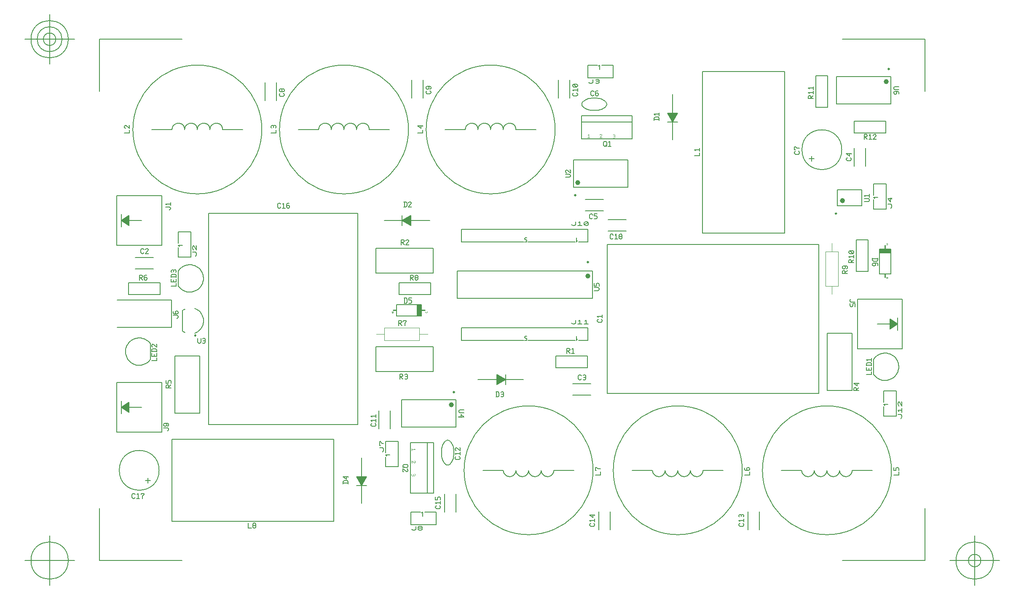
<source format=gbr>
G04 Generated by Ultiboard 13.0 *
%FSLAX25Y25*%
%MOIN*%

%ADD10C,0.00001*%
%ADD11C,0.00612*%
%ADD12C,0.00800*%
%ADD13C,0.00500*%
%ADD14C,0.00611*%
%ADD15C,0.00444*%
%ADD16C,0.00984*%
%ADD17C,0.00787*%
%ADD18C,0.00394*%
%ADD19C,0.00591*%
%ADD20C,0.01000*%
%ADD21C,0.00219*%
%ADD22C,0.01969*%
%ADD23C,0.01969*%
%ADD24C,0.03937*%


G04 ColorRGB FFFF00 for the following layer *
%LNSilkscreen Top*%
%LPD*%
G54D10*
G54D11*
X390882Y66392D02*
X394819Y66392D01*
X394819Y68744D01*
X394819Y71095D02*
X392850Y71095D01*
X391669Y72271D01*
X390882Y72271D01*
X390882Y69920D01*
X391669Y69920D01*
X389543Y27980D02*
X390331Y27196D01*
X390331Y26412D01*
X389543Y25628D01*
X387181Y25628D01*
X386394Y26412D01*
X386394Y27196D01*
X387181Y27980D01*
X387181Y29548D02*
X386394Y30332D01*
X390331Y30332D01*
X390331Y29156D02*
X390331Y31507D01*
X388756Y35035D02*
X388756Y32683D01*
X386394Y34643D01*
X390331Y34643D01*
X390331Y34251D02*
X390331Y35035D01*
X508882Y66392D02*
X512819Y66392D01*
X512819Y68744D01*
X508882Y71879D02*
X508882Y70703D01*
X509669Y69920D01*
X511244Y69920D01*
X512031Y69920D01*
X512819Y70703D01*
X512819Y71487D01*
X512031Y72271D01*
X511244Y72271D01*
X510457Y71487D01*
X510457Y70703D01*
X511244Y69920D01*
X507543Y27980D02*
X508331Y27196D01*
X508331Y26412D01*
X507543Y25628D01*
X505181Y25628D01*
X504394Y26412D01*
X504394Y27196D01*
X505181Y27980D01*
X505181Y29548D02*
X504394Y30332D01*
X508331Y30332D01*
X508331Y29156D02*
X508331Y31507D01*
X504787Y33075D02*
X504394Y33467D01*
X504394Y34251D01*
X505181Y35035D01*
X505969Y35035D01*
X506362Y34643D01*
X506756Y35035D01*
X507543Y35035D01*
X508331Y34251D01*
X508331Y33467D01*
X507937Y33075D01*
X506362Y33467D02*
X506362Y34643D01*
X626882Y66392D02*
X630819Y66392D01*
X630819Y68744D01*
X626882Y72271D02*
X626882Y69920D01*
X628457Y69920D01*
X628457Y71487D01*
X629244Y72271D01*
X630031Y72271D01*
X630819Y71487D01*
X630819Y69920D01*
X267543Y41980D02*
X268331Y41196D01*
X268331Y40412D01*
X267543Y39628D01*
X265181Y39628D01*
X264394Y40412D01*
X264394Y41196D01*
X265181Y41980D01*
X265181Y43548D02*
X264394Y44332D01*
X268331Y44332D01*
X268331Y43156D02*
X268331Y45507D01*
X264394Y49035D02*
X264394Y46683D01*
X265969Y46683D01*
X265969Y48251D01*
X266756Y49035D01*
X267543Y49035D01*
X268331Y48251D01*
X268331Y46683D01*
X283031Y80925D02*
X283819Y80141D01*
X283819Y79357D01*
X283031Y78573D01*
X280669Y78573D01*
X279882Y79357D01*
X279882Y80141D01*
X280669Y80925D01*
X280669Y82493D02*
X279882Y83276D01*
X283819Y83276D01*
X283819Y82101D02*
X283819Y84452D01*
X280669Y85628D02*
X279882Y86412D01*
X279882Y87196D01*
X280669Y87980D01*
X281063Y87980D01*
X283819Y85628D01*
X283819Y87980D01*
X283425Y87980D01*
X52543Y101337D02*
X53331Y102121D01*
X53331Y102905D01*
X52543Y103689D01*
X49394Y103689D01*
X52543Y104864D02*
X53331Y105648D01*
X53331Y106432D01*
X52543Y107216D01*
X50969Y107216D01*
X50181Y107216D01*
X49394Y106432D01*
X49394Y105648D01*
X50181Y104864D01*
X50969Y104864D01*
X51756Y105648D01*
X51756Y106432D01*
X50969Y107216D01*
X216543Y107161D02*
X217331Y106377D01*
X217331Y105593D01*
X216543Y104809D01*
X214181Y104809D01*
X213394Y105593D01*
X213394Y106377D01*
X214181Y107161D01*
X214181Y108729D02*
X213394Y109513D01*
X217331Y109513D01*
X217331Y108337D02*
X217331Y110689D01*
X214181Y112256D02*
X213394Y113040D01*
X217331Y113040D01*
X217331Y111864D02*
X217331Y114216D01*
X55331Y135392D02*
X51394Y135392D01*
X51394Y136960D01*
X52181Y137744D01*
X52575Y137744D01*
X53362Y136960D01*
X53362Y135392D01*
X53362Y135784D02*
X55331Y137744D01*
X51394Y141271D02*
X51394Y138920D01*
X52969Y138920D01*
X52969Y140487D01*
X53756Y141271D01*
X54543Y141271D01*
X55331Y140487D01*
X55331Y138920D01*
X141925Y278457D02*
X141141Y277669D01*
X140357Y277669D01*
X139573Y278457D01*
X139573Y280819D01*
X140357Y281606D01*
X141141Y281606D01*
X141925Y280819D01*
X143493Y280819D02*
X144276Y281606D01*
X144276Y277669D01*
X143101Y277669D02*
X145452Y277669D01*
X148588Y281606D02*
X147412Y281606D01*
X146628Y280819D01*
X146628Y279244D01*
X146628Y278457D01*
X147412Y277669D01*
X148196Y277669D01*
X148980Y278457D01*
X148980Y279244D01*
X148196Y280031D01*
X147412Y280031D01*
X146628Y279244D01*
X312337Y128181D02*
X313905Y128181D01*
X314689Y128969D01*
X314689Y131331D01*
X313905Y132118D01*
X312337Y132118D01*
X312729Y132118D02*
X312729Y128181D01*
X316256Y131724D02*
X316648Y132118D01*
X317432Y132118D01*
X318216Y131331D01*
X318216Y130543D01*
X317824Y130150D01*
X318216Y129756D01*
X318216Y128969D01*
X317432Y128181D01*
X316648Y128181D01*
X316256Y128575D01*
X316648Y130150D02*
X317824Y130150D01*
X599331Y133337D02*
X595394Y133337D01*
X595394Y134905D01*
X596181Y135689D01*
X596575Y135689D01*
X597362Y134905D01*
X597362Y133337D01*
X597362Y133729D02*
X599331Y135689D01*
X597756Y139216D02*
X597756Y136864D01*
X595394Y138824D01*
X599331Y138824D01*
X599331Y138432D02*
X599331Y139216D01*
X379744Y142457D02*
X378960Y141669D01*
X378176Y141669D01*
X377392Y142457D01*
X377392Y144819D01*
X378176Y145606D01*
X378960Y145606D01*
X379744Y144819D01*
X381311Y145213D02*
X381703Y145606D01*
X382487Y145606D01*
X383271Y144819D01*
X383271Y144031D01*
X382879Y143638D01*
X383271Y143244D01*
X383271Y142457D01*
X382487Y141669D01*
X381703Y141669D01*
X381311Y142063D01*
X381703Y143638D02*
X382879Y143638D01*
X395543Y189689D02*
X396331Y188905D01*
X396331Y188121D01*
X395543Y187337D01*
X393181Y187337D01*
X392394Y188121D01*
X392394Y188905D01*
X393181Y189689D01*
X393181Y191256D02*
X392394Y192040D01*
X396331Y192040D01*
X396331Y190864D02*
X396331Y193216D01*
X236337Y142181D02*
X236337Y146118D01*
X237905Y146118D01*
X238689Y145331D01*
X238689Y144937D01*
X237905Y144150D01*
X236337Y144150D01*
X236729Y144150D02*
X238689Y142181D01*
X240256Y145724D02*
X240648Y146118D01*
X241432Y146118D01*
X242216Y145331D01*
X242216Y144543D01*
X241824Y144150D01*
X242216Y143756D01*
X242216Y142969D01*
X241432Y142181D01*
X240648Y142181D01*
X240256Y142575D01*
X240648Y144150D02*
X241824Y144150D01*
X605394Y145809D02*
X609331Y145809D01*
X609331Y148161D01*
X609331Y151689D02*
X609331Y149337D01*
X607362Y149337D01*
X605394Y149337D01*
X605394Y151689D01*
X607362Y149337D02*
X607362Y150905D01*
X609331Y152864D02*
X609331Y154432D01*
X608543Y155216D01*
X606181Y155216D01*
X605394Y154432D01*
X605394Y152864D01*
X605394Y153256D02*
X609331Y153256D01*
X606181Y156784D02*
X605394Y157568D01*
X609331Y157568D01*
X609331Y156392D02*
X609331Y158744D01*
X39882Y156864D02*
X43819Y156864D01*
X43819Y159216D01*
X43819Y162744D02*
X43819Y160392D01*
X41850Y160392D01*
X39882Y160392D01*
X39882Y162744D01*
X41850Y160392D02*
X41850Y161960D01*
X43819Y163920D02*
X43819Y165487D01*
X43031Y166271D01*
X40669Y166271D01*
X39882Y165487D01*
X39882Y163920D01*
X39882Y164311D02*
X43819Y164311D01*
X40669Y167447D02*
X39882Y168231D01*
X39882Y169015D01*
X40669Y169799D01*
X41063Y169799D01*
X43819Y167447D01*
X43819Y169799D01*
X43425Y169799D01*
X368392Y162669D02*
X368392Y166606D01*
X369960Y166606D01*
X370744Y165819D01*
X370744Y165425D01*
X369960Y164638D01*
X368392Y164638D01*
X368784Y164638D02*
X370744Y162669D01*
X372311Y165819D02*
X373095Y166606D01*
X373095Y162669D01*
X371920Y162669D02*
X374271Y162669D01*
X76392Y174606D02*
X76392Y171457D01*
X77176Y170669D01*
X77960Y170669D01*
X78744Y171457D01*
X78744Y174606D01*
X80311Y174213D02*
X80703Y174606D01*
X81487Y174606D01*
X82271Y173819D01*
X82271Y173031D01*
X81879Y172638D01*
X82271Y172244D01*
X82271Y171457D01*
X81487Y170669D01*
X80703Y170669D01*
X80311Y171063D01*
X80703Y172638D02*
X81879Y172638D01*
X592969Y205608D02*
X592181Y204824D01*
X592181Y204040D01*
X592969Y203256D01*
X596118Y203256D01*
X596118Y199729D02*
X596118Y202080D01*
X594543Y202080D01*
X594543Y200513D01*
X593756Y199729D01*
X592969Y199729D01*
X592181Y200513D01*
X592181Y202080D01*
X60031Y190392D02*
X60819Y191176D01*
X60819Y191960D01*
X60031Y192744D01*
X56882Y192744D01*
X56882Y195879D02*
X56882Y194703D01*
X57669Y193920D01*
X59244Y193920D01*
X60031Y193920D01*
X60819Y194703D01*
X60819Y195487D01*
X60031Y196271D01*
X59244Y196271D01*
X58457Y195487D01*
X58457Y194703D01*
X59244Y193920D01*
X30392Y220669D02*
X30392Y224606D01*
X31960Y224606D01*
X32744Y223819D01*
X32744Y223425D01*
X31960Y222638D01*
X30392Y222638D01*
X30784Y222638D02*
X32744Y220669D01*
X35879Y224606D02*
X34703Y224606D01*
X33920Y223819D01*
X33920Y222244D01*
X33920Y221457D01*
X34703Y220669D01*
X35487Y220669D01*
X36271Y221457D01*
X36271Y222244D01*
X35487Y223031D01*
X34703Y223031D01*
X33920Y222244D01*
X55394Y215809D02*
X59331Y215809D01*
X59331Y218161D01*
X59331Y221689D02*
X59331Y219337D01*
X57362Y219337D01*
X55394Y219337D01*
X55394Y221689D01*
X57362Y219337D02*
X57362Y220905D01*
X59331Y222864D02*
X59331Y224432D01*
X58543Y225216D01*
X56181Y225216D01*
X55394Y224432D01*
X55394Y222864D01*
X55394Y223256D02*
X59331Y223256D01*
X55787Y226784D02*
X55394Y227176D01*
X55394Y227960D01*
X56181Y228744D01*
X56969Y228744D01*
X57362Y228352D01*
X57756Y228744D01*
X58543Y228744D01*
X59331Y227960D01*
X59331Y227176D01*
X58937Y226784D01*
X57362Y227176D02*
X57362Y228352D01*
X244559Y220634D02*
X244559Y224571D01*
X246127Y224571D01*
X246911Y223783D01*
X246911Y223390D01*
X246127Y222602D01*
X244559Y222602D01*
X244951Y222602D02*
X246911Y220634D01*
X249654Y220634D02*
X248870Y220634D01*
X248086Y221421D01*
X248086Y222209D01*
X248478Y222602D01*
X248086Y222996D01*
X248086Y223783D01*
X248870Y224571D01*
X249654Y224571D01*
X250438Y223783D01*
X250438Y222996D01*
X250046Y222602D01*
X250438Y222209D01*
X250438Y221421D01*
X249654Y220634D01*
X248478Y222602D02*
X250046Y222602D01*
X595331Y234628D02*
X591394Y234628D01*
X591394Y236196D01*
X592181Y236980D01*
X592575Y236980D01*
X593362Y236196D01*
X593362Y234628D01*
X593362Y235020D02*
X595331Y236980D01*
X592181Y238548D02*
X591394Y239332D01*
X595331Y239332D01*
X595331Y238156D02*
X595331Y240507D01*
X592181Y241683D02*
X591394Y242467D01*
X591394Y243251D01*
X592181Y244035D01*
X594543Y244035D01*
X595331Y243251D01*
X595331Y242467D01*
X594543Y241683D01*
X592181Y241683D01*
X592181Y244035D02*
X594543Y241683D01*
X237392Y248669D02*
X237392Y252606D01*
X238960Y252606D01*
X239744Y251819D01*
X239744Y251425D01*
X238960Y250638D01*
X237392Y250638D01*
X237784Y250638D02*
X239744Y248669D01*
X240920Y251819D02*
X241703Y252606D01*
X242487Y252606D01*
X243271Y251819D01*
X243271Y251425D01*
X240920Y248669D01*
X243271Y248669D01*
X243271Y249063D01*
X33744Y242457D02*
X32960Y241669D01*
X32176Y241669D01*
X31392Y242457D01*
X31392Y244819D01*
X32176Y245606D01*
X32960Y245606D01*
X33744Y244819D01*
X34920Y244819D02*
X35703Y245606D01*
X36487Y245606D01*
X37271Y244819D01*
X37271Y244425D01*
X34920Y241669D01*
X37271Y241669D01*
X37271Y242063D01*
X54031Y276337D02*
X54819Y277121D01*
X54819Y277905D01*
X54031Y278689D01*
X50882Y278689D01*
X51669Y280256D02*
X50882Y281040D01*
X54819Y281040D01*
X54819Y279864D02*
X54819Y282216D01*
X239392Y278669D02*
X240960Y278669D01*
X241744Y279457D01*
X241744Y281819D01*
X240960Y282606D01*
X239392Y282606D01*
X239784Y282606D02*
X239784Y278669D01*
X242920Y281819D02*
X243703Y282606D01*
X244487Y282606D01*
X245271Y281819D01*
X245271Y281425D01*
X242920Y278669D01*
X245271Y278669D01*
X245271Y279063D01*
X404925Y253969D02*
X404141Y253181D01*
X403357Y253181D01*
X402573Y253969D01*
X402573Y256331D01*
X403357Y257118D01*
X404141Y257118D01*
X404925Y256331D01*
X406493Y256331D02*
X407276Y257118D01*
X407276Y253181D01*
X406101Y253181D02*
X408452Y253181D01*
X411196Y253181D02*
X410412Y253181D01*
X409628Y253969D01*
X409628Y254756D01*
X410020Y255150D01*
X409628Y255543D01*
X409628Y256331D01*
X410412Y257118D01*
X411196Y257118D01*
X411980Y256331D01*
X411980Y255543D01*
X411588Y255150D01*
X411980Y254756D01*
X411980Y253969D01*
X411196Y253181D01*
X410020Y255150D02*
X411588Y255150D01*
X469394Y319337D02*
X473331Y319337D01*
X473331Y321689D01*
X470181Y323256D02*
X469394Y324040D01*
X473331Y324040D01*
X473331Y322864D02*
X473331Y325216D01*
X388689Y269969D02*
X387905Y269181D01*
X387121Y269181D01*
X386337Y269969D01*
X386337Y272331D01*
X387121Y273118D01*
X387905Y273118D01*
X388689Y272331D01*
X392216Y273118D02*
X389864Y273118D01*
X389864Y271543D01*
X391432Y271543D01*
X392216Y270756D01*
X392216Y269969D01*
X391432Y269181D01*
X389864Y269181D01*
X134394Y337337D02*
X138331Y337337D01*
X138331Y339689D01*
X134787Y341256D02*
X134394Y341648D01*
X134394Y342432D01*
X135181Y343216D01*
X135969Y343216D01*
X136362Y342824D01*
X136756Y343216D01*
X137543Y343216D01*
X138331Y342432D01*
X138331Y341648D01*
X137937Y341256D01*
X136362Y341648D02*
X136362Y342824D01*
X250394Y337337D02*
X254331Y337337D01*
X254331Y339689D01*
X252756Y343216D02*
X252756Y340864D01*
X250394Y342824D01*
X254331Y342824D01*
X254331Y342432D02*
X254331Y343216D01*
X551543Y322744D02*
X552331Y321960D01*
X552331Y321176D01*
X551543Y320392D01*
X549181Y320392D01*
X548394Y321176D01*
X548394Y321960D01*
X549181Y322744D01*
X552331Y325095D02*
X550362Y325095D01*
X549181Y326271D01*
X548394Y326271D01*
X548394Y323920D01*
X549181Y323920D01*
X441331Y347392D02*
X441331Y348960D01*
X440543Y349744D01*
X438181Y349744D01*
X437394Y348960D01*
X437394Y347392D01*
X437394Y347784D02*
X441331Y347784D01*
X438181Y351311D02*
X437394Y352095D01*
X441331Y352095D01*
X441331Y350920D02*
X441331Y353271D01*
X603573Y332181D02*
X603573Y336118D01*
X605141Y336118D01*
X605925Y335331D01*
X605925Y334937D01*
X605141Y334150D01*
X603573Y334150D01*
X603965Y334150D02*
X605925Y332181D01*
X607493Y335331D02*
X608276Y336118D01*
X608276Y332181D01*
X607101Y332181D02*
X609452Y332181D01*
X610628Y335331D02*
X611412Y336118D01*
X612196Y336118D01*
X612980Y335331D01*
X612980Y334937D01*
X610628Y332181D01*
X612980Y332181D01*
X612980Y332575D01*
X563331Y364628D02*
X559394Y364628D01*
X559394Y366196D01*
X560181Y366980D01*
X560575Y366980D01*
X561362Y366196D01*
X561362Y364628D01*
X561362Y365020D02*
X563331Y366980D01*
X560181Y368548D02*
X559394Y369332D01*
X563331Y369332D01*
X563331Y368156D02*
X563331Y370507D01*
X560181Y372075D02*
X559394Y372859D01*
X563331Y372859D01*
X563331Y371683D02*
X563331Y374035D01*
X144031Y368689D02*
X144819Y367905D01*
X144819Y367121D01*
X144031Y366337D01*
X141669Y366337D01*
X140882Y367121D01*
X140882Y367905D01*
X141669Y368689D01*
X144819Y371432D02*
X144819Y370648D01*
X144031Y369864D01*
X143244Y369864D01*
X142850Y370256D01*
X142457Y369864D01*
X141669Y369864D01*
X140882Y370648D01*
X140882Y371432D01*
X141669Y372216D01*
X142457Y372216D01*
X142850Y371824D01*
X143244Y372216D01*
X144031Y372216D01*
X144819Y371432D01*
X142850Y370256D02*
X142850Y371824D01*
X260031Y370689D02*
X260819Y369905D01*
X260819Y369121D01*
X260031Y368337D01*
X257669Y368337D01*
X256882Y369121D01*
X256882Y369905D01*
X257669Y370689D01*
X260031Y371864D02*
X260819Y372648D01*
X260819Y373432D01*
X260031Y374216D01*
X258457Y374216D01*
X257669Y374216D01*
X256882Y373432D01*
X256882Y372648D01*
X257669Y371864D01*
X258457Y371864D01*
X259244Y372648D01*
X259244Y373432D01*
X258457Y374216D01*
X376031Y368925D02*
X376819Y368141D01*
X376819Y367357D01*
X376031Y366573D01*
X373669Y366573D01*
X372882Y367357D01*
X372882Y368141D01*
X373669Y368925D01*
X373669Y370493D02*
X372882Y371276D01*
X376819Y371276D01*
X376819Y370101D02*
X376819Y372452D01*
X373669Y373628D02*
X372882Y374412D01*
X372882Y375196D01*
X373669Y375980D01*
X376031Y375980D01*
X376819Y375196D01*
X376819Y374412D01*
X376031Y373628D01*
X373669Y373628D01*
X373669Y375980D02*
X376031Y373628D01*
X389744Y367457D02*
X388960Y366669D01*
X388176Y366669D01*
X387392Y367457D01*
X387392Y369819D01*
X388176Y370606D01*
X388960Y370606D01*
X389744Y369819D01*
X392879Y370606D02*
X391703Y370606D01*
X390920Y369819D01*
X390920Y368244D01*
X390920Y367457D01*
X391703Y366669D01*
X392487Y366669D01*
X393271Y367457D01*
X393271Y368244D01*
X392487Y369031D01*
X391703Y369031D01*
X390920Y368244D01*
X18394Y337337D02*
X22331Y337337D01*
X22331Y339689D01*
X19181Y340864D02*
X18394Y341648D01*
X18394Y342432D01*
X19181Y343216D01*
X19575Y343216D01*
X22331Y340864D01*
X22331Y343216D01*
X21937Y343216D01*
X592543Y317689D02*
X593331Y316905D01*
X593331Y316121D01*
X592543Y315337D01*
X590181Y315337D01*
X589394Y316121D01*
X589394Y316905D01*
X590181Y317689D01*
X591756Y321216D02*
X591756Y318864D01*
X589394Y320824D01*
X593331Y320824D01*
X593331Y320432D02*
X593331Y321216D01*
X116392Y28118D02*
X116392Y24181D01*
X118744Y24181D01*
X121487Y24181D02*
X120703Y24181D01*
X119920Y24969D01*
X119920Y25756D01*
X120311Y26150D01*
X119920Y26543D01*
X119920Y27331D01*
X120703Y28118D01*
X121487Y28118D01*
X122271Y27331D01*
X122271Y26543D01*
X121879Y26150D01*
X122271Y25756D01*
X122271Y24969D01*
X121487Y24181D01*
X120311Y26150D02*
X121879Y26150D01*
X195331Y59392D02*
X195331Y60960D01*
X194543Y61744D01*
X192181Y61744D01*
X191394Y60960D01*
X191394Y59392D01*
X191394Y59784D02*
X195331Y59784D01*
X193756Y65271D02*
X193756Y62920D01*
X191394Y64879D01*
X195331Y64879D01*
X195331Y64487D02*
X195331Y65271D01*
X26744Y48457D02*
X25960Y47669D01*
X25176Y47669D01*
X24392Y48457D01*
X24392Y50819D01*
X25176Y51606D01*
X25960Y51606D01*
X26744Y50819D01*
X28311Y50819D02*
X29095Y51606D01*
X29095Y47669D01*
X27920Y47669D02*
X30271Y47669D01*
X32623Y47669D02*
X32623Y49638D01*
X33799Y50819D01*
X33799Y51606D01*
X31447Y51606D01*
X31447Y50819D01*
X603614Y282864D02*
X606764Y282864D01*
X607551Y283648D01*
X607551Y284432D01*
X606764Y285216D01*
X603614Y285216D01*
X604402Y286784D02*
X603614Y287568D01*
X607551Y287568D01*
X607551Y286392D02*
X607551Y288744D01*
G54D12*
X287000Y70000D02*
G75*
D01*
G02X287000Y70000I51000J0*
G01*
X358000Y70000D02*
X374000Y70000D01*
X318000Y70000D02*
X302000Y70000D01*
X402528Y22913D02*
X402528Y37087D01*
X393472Y37087D02*
X393472Y22913D01*
X405000Y70000D02*
G75*
D01*
G02X405000Y70000I51000J0*
G01*
X476000Y70000D02*
X492000Y70000D01*
X436000Y70000D02*
X420000Y70000D01*
X520528Y22913D02*
X520528Y37087D01*
X511472Y37087D02*
X511472Y22913D01*
X523000Y70000D02*
G75*
D01*
G02X523000Y70000I51000J0*
G01*
X594000Y70000D02*
X610000Y70000D01*
X554000Y70000D02*
X538000Y70000D01*
X280528Y36913D02*
X280528Y51087D01*
X271472Y51087D02*
X271472Y36913D01*
X244500Y52000D02*
X244500Y92000D01*
X263000Y92000D02*
X263000Y52000D01*
X258000Y52000D02*
X258000Y92000D01*
X257500Y92000D02*
X244500Y92000D01*
X263000Y92000D02*
X257500Y92000D01*
X257500Y52000D02*
X244500Y52000D01*
X263000Y52000D02*
X257500Y52000D01*
X274322Y74179D02*
X274960Y74347D01*
X275582Y74680D01*
X276177Y75173D01*
X276734Y75816D01*
X277245Y76600D01*
X277700Y77510D01*
X278092Y78532D01*
X278414Y79647D01*
X278660Y80836D01*
X278827Y82080D01*
X278911Y83356D01*
X278911Y84644D01*
X278827Y85920D01*
X278660Y87164D01*
X278414Y88353D01*
X278092Y89468D01*
X277700Y90490D01*
X277245Y91400D01*
X276734Y92184D01*
X276177Y92827D01*
X275582Y93320D01*
X274960Y93653D01*
X274322Y93821D01*
X273678Y93821D01*
X273040Y93653D01*
X272418Y93320D01*
X271823Y92827D01*
X271266Y92184D01*
X270755Y91400D01*
X270300Y90490D01*
X269908Y89468D01*
X269586Y88353D01*
X269340Y87164D01*
X269173Y85920D01*
X269089Y84644D01*
X269089Y83356D01*
X269173Y82080D01*
X269340Y80836D01*
X269586Y79647D01*
X269908Y78532D01*
X270300Y77510D01*
X270755Y76600D01*
X271266Y75816D01*
X271823Y75173D01*
X272418Y74680D01*
X273040Y74347D01*
X273678Y74179D01*
X274322Y74179D01*
X47748Y100315D02*
X47748Y139685D01*
X12315Y139685D02*
X12315Y100315D01*
X47748Y139685D02*
X12315Y139685D01*
X12315Y100315D02*
X47748Y100315D01*
X32000Y120000D02*
X16000Y120000D01*
X16000Y125000D02*
X16000Y116000D01*
X16000Y115000D01*
G36*
X16000Y120000D02*
X16000Y120000D01*
X22000Y124000D01*
X22000Y116000D01*
X16000Y120000D01*
D02*
G37*
X22000Y124000D01*
X22000Y116000D01*
X16000Y120000D01*
X219472Y117087D02*
X219472Y102913D01*
X228528Y102913D02*
X228528Y117087D01*
X286835Y117892D02*
X283685Y117892D01*
X282898Y117108D01*
X282898Y116324D01*
X283685Y115540D01*
X286835Y115540D01*
X284472Y112012D02*
X284472Y114364D01*
X286835Y112404D01*
X282898Y112404D01*
X282898Y112796D02*
X282898Y112012D01*
X237504Y104224D02*
X280496Y104224D01*
X280496Y125776D02*
X237504Y125776D01*
X280496Y104224D02*
X280496Y125776D01*
X237504Y125776D02*
X237504Y104224D01*
X58157Y160638D02*
X58157Y115362D01*
X77843Y115362D02*
X77843Y160638D01*
X58157Y115362D02*
X77843Y115362D01*
X77843Y160638D02*
X58157Y160638D01*
X84945Y273661D02*
X84945Y106339D01*
X203055Y106339D01*
X203055Y273661D01*
X84945Y273661D01*
X632679Y111056D02*
X633274Y112167D01*
X633274Y113278D01*
X632679Y114389D01*
X630298Y114389D01*
X630893Y116611D02*
X630298Y117722D01*
X633274Y117722D01*
X633274Y116056D02*
X633274Y119389D01*
X630893Y121056D02*
X630298Y122167D01*
X630298Y123278D01*
X630893Y124389D01*
X631190Y124389D01*
X633274Y121056D01*
X633274Y124389D01*
X632976Y124389D01*
X629000Y133000D02*
X629000Y113000D01*
X619000Y120500D02*
X619000Y113000D01*
X629000Y113000D01*
X619000Y133000D02*
X619000Y123833D01*
X619000Y122167D02*
X622333Y122167D01*
X619833Y121333D02*
X619000Y122167D01*
X619000Y133000D02*
X629000Y133000D01*
X320000Y146000D02*
X320000Y138000D01*
G36*
X320000Y142000D02*
X320000Y142000D01*
X313000Y138000D01*
X313000Y146000D01*
X320000Y142000D01*
D02*
G37*
X313000Y138000D01*
X313000Y146000D01*
X320000Y142000D01*
X334000Y142000D02*
X298000Y142000D01*
X574157Y178638D02*
X574157Y133362D01*
X593843Y133362D02*
X593843Y178638D01*
X574157Y133362D02*
X593843Y133362D01*
X593843Y178638D02*
X574157Y178638D01*
X372913Y129472D02*
X387087Y129472D01*
X387087Y138528D02*
X372913Y138528D01*
X400339Y130945D02*
X567661Y130945D01*
X567661Y249055D01*
X400339Y249055D01*
X400339Y130945D01*
X217362Y148157D02*
X262638Y148157D01*
X262638Y167843D02*
X217362Y167843D01*
X262638Y148157D02*
X262638Y167843D01*
X217362Y167843D02*
X217362Y148157D01*
X359500Y151374D02*
X384500Y151374D01*
X384500Y160626D01*
X359500Y160626D01*
X359500Y151374D01*
X64331Y180307D02*
X64331Y196559D01*
X235392Y184669D02*
X235392Y188606D01*
X236960Y188606D01*
X237744Y187819D01*
X237744Y187425D01*
X236960Y186638D01*
X235392Y186638D01*
X235784Y186638D02*
X237744Y184669D01*
X240095Y184669D02*
X240095Y186638D01*
X241271Y187819D01*
X241271Y188606D01*
X238920Y188606D01*
X238920Y187819D01*
X372056Y186488D02*
X373167Y185893D01*
X374278Y185893D01*
X375389Y186488D01*
X375389Y188869D01*
X377611Y188274D02*
X378722Y188869D01*
X378722Y185893D01*
X377056Y185893D02*
X380389Y185893D01*
X382611Y188274D02*
X383722Y188869D01*
X383722Y185893D01*
X382056Y185893D02*
X385389Y185893D01*
X285000Y183000D02*
X385000Y183000D01*
X375000Y173000D02*
X337500Y173000D01*
X385000Y173000D02*
X377500Y173000D01*
X385000Y183000D02*
X385000Y173000D01*
X375833Y173000D02*
X375833Y176333D01*
X376667Y173833D02*
X375833Y173000D01*
X285000Y173000D02*
X334167Y173000D01*
X336667Y173000D02*
X335000Y173000D01*
X336667Y174667D02*
X336667Y173000D01*
X336667Y174667D02*
X335833Y174667D01*
X336667Y176333D02*
X335833Y176333D01*
X335761Y176330D01*
X335689Y176321D01*
X335618Y176305D01*
X335548Y176283D01*
X335481Y176255D01*
X335417Y176222D01*
X335355Y176183D01*
X335298Y176138D01*
X335244Y176089D01*
X335195Y176036D01*
X335151Y175978D01*
X335112Y175917D01*
X335078Y175852D01*
X335050Y175785D01*
X335029Y175716D01*
X335013Y175645D01*
X335003Y175573D01*
X335000Y175500D01*
X335003Y175427D01*
X335013Y175355D01*
X335029Y175284D01*
X335050Y175215D01*
X335078Y175148D01*
X335112Y175083D01*
X335151Y175022D01*
X335195Y174964D01*
X335244Y174911D01*
X335298Y174862D01*
X335355Y174817D01*
X335417Y174778D01*
X335481Y174745D01*
X335548Y174717D01*
X335618Y174695D01*
X335689Y174679D01*
X335761Y174670D01*
X335833Y174667D01*
X285000Y173000D02*
X285000Y183000D01*
X598252Y205685D02*
X598252Y166315D01*
X633685Y166315D02*
X633685Y205685D01*
X598252Y166315D02*
X633685Y166315D01*
X633685Y205685D02*
X598252Y205685D01*
X614000Y186000D02*
X630000Y186000D01*
X630000Y181000D02*
X630000Y190000D01*
X630000Y191000D01*
G36*
X630000Y186000D02*
X630000Y186000D01*
X624000Y182000D01*
X624000Y190000D01*
X630000Y186000D01*
D02*
G37*
X624000Y182000D01*
X624000Y190000D01*
X630000Y186000D01*
X12441Y183173D02*
X55441Y183173D01*
X55441Y204827D02*
X12441Y204827D01*
X55441Y183173D02*
X55441Y204827D01*
X253187Y192310D02*
X253187Y201365D01*
X233502Y201365D02*
X233502Y192310D01*
X253187Y201365D02*
X233502Y201365D01*
X233502Y192310D02*
X253187Y192310D01*
X389882Y212392D02*
X393031Y212392D01*
X393819Y213176D01*
X393819Y213960D01*
X393031Y214744D01*
X389882Y214744D01*
X389882Y218271D02*
X389882Y215920D01*
X391457Y215920D01*
X391457Y217487D01*
X392244Y218271D01*
X393031Y218271D01*
X393819Y217487D01*
X393819Y215920D01*
X281516Y206232D02*
X388484Y206232D01*
X388484Y227768D02*
X281516Y227768D01*
X388484Y206232D02*
X388484Y227768D01*
X281516Y227768D02*
X281516Y206232D01*
X590205Y226045D02*
X586268Y226045D01*
X586268Y227613D01*
X587055Y228397D01*
X587449Y228397D01*
X588236Y227613D01*
X588236Y226045D01*
X588236Y226437D02*
X590205Y228397D01*
X589417Y229573D02*
X590205Y230357D01*
X590205Y231141D01*
X589417Y231925D01*
X587843Y231925D01*
X587055Y231925D01*
X586268Y231141D01*
X586268Y230357D01*
X587055Y229573D01*
X587843Y229573D01*
X588630Y230357D01*
X588630Y231141D01*
X587843Y231925D01*
X21500Y209374D02*
X46500Y209374D01*
X46500Y218626D01*
X21500Y218626D01*
X21500Y209374D01*
X235667Y209339D02*
X260667Y209339D01*
X260667Y218591D01*
X235667Y218591D01*
X235667Y209339D01*
X624528Y245323D02*
X615472Y245323D01*
X615472Y225638D02*
X624528Y225638D01*
X615472Y245323D02*
X615472Y225638D01*
X624528Y225638D02*
X624528Y245323D01*
X606626Y227500D02*
X606626Y252500D01*
X597374Y252500D01*
X597374Y227500D01*
X606626Y227500D01*
X262638Y245843D02*
X217362Y245843D01*
X217362Y226157D02*
X262638Y226157D01*
X217362Y245843D02*
X217362Y226157D01*
X262638Y226157D02*
X262638Y245843D01*
X26913Y229472D02*
X41087Y229472D01*
X41087Y238528D02*
X26913Y238528D01*
X74679Y239556D02*
X75274Y240667D01*
X75274Y241778D01*
X74679Y242889D01*
X72298Y242889D01*
X72893Y244556D02*
X72298Y245667D01*
X72298Y246778D01*
X72893Y247889D01*
X73190Y247889D01*
X75274Y244556D01*
X75274Y247889D01*
X74976Y247889D01*
X71000Y259000D02*
X71000Y239000D01*
X61000Y246500D02*
X61000Y239000D01*
X71000Y239000D01*
X61000Y259000D02*
X61000Y249833D01*
X61000Y248167D02*
X64333Y248167D01*
X61833Y247333D02*
X61000Y248167D01*
X61000Y259000D02*
X71000Y259000D01*
X47748Y248315D02*
X47748Y287685D01*
X12315Y287685D02*
X12315Y248315D01*
X47748Y287685D02*
X12315Y287685D01*
X12315Y248315D02*
X47748Y248315D01*
X32000Y268000D02*
X16000Y268000D01*
X16000Y273000D02*
X16000Y264000D01*
X16000Y263000D01*
G36*
X16000Y268000D02*
X16000Y268000D01*
X22000Y272000D01*
X22000Y264000D01*
X16000Y268000D01*
D02*
G37*
X22000Y272000D01*
X22000Y264000D01*
X16000Y268000D01*
X238000Y264000D02*
X238000Y272000D01*
G36*
X238000Y268000D02*
X238000Y268000D01*
X245000Y272000D01*
X245000Y264000D01*
X238000Y268000D01*
D02*
G37*
X245000Y272000D01*
X245000Y264000D01*
X238000Y268000D01*
X224000Y268000D02*
X260000Y268000D01*
X372056Y264488D02*
X373167Y263893D01*
X374278Y263893D01*
X375389Y264488D01*
X375389Y266869D01*
X377611Y266274D02*
X378722Y266869D01*
X378722Y263893D01*
X377056Y263893D02*
X380389Y263893D01*
X382056Y266274D02*
X383167Y266869D01*
X384278Y266869D01*
X385389Y266274D01*
X385389Y264488D01*
X384278Y263893D01*
X383167Y263893D01*
X382056Y264488D01*
X382056Y266274D01*
X385389Y266274D02*
X382056Y264488D01*
X285000Y261000D02*
X385000Y261000D01*
X375000Y251000D02*
X337500Y251000D01*
X385000Y251000D02*
X377500Y251000D01*
X385000Y261000D02*
X385000Y251000D01*
X375833Y251000D02*
X375833Y254333D01*
X376667Y251833D02*
X375833Y251000D01*
X285000Y251000D02*
X334167Y251000D01*
X336667Y251000D02*
X335000Y251000D01*
X336667Y252667D02*
X336667Y251000D01*
X336667Y252667D02*
X335833Y252667D01*
X336667Y254333D02*
X335833Y254333D01*
X335761Y254330D01*
X335689Y254321D01*
X335618Y254305D01*
X335548Y254283D01*
X335481Y254255D01*
X335417Y254222D01*
X335355Y254183D01*
X335298Y254138D01*
X335244Y254089D01*
X335195Y254036D01*
X335151Y253978D01*
X335112Y253917D01*
X335078Y253852D01*
X335050Y253785D01*
X335029Y253716D01*
X335013Y253645D01*
X335003Y253573D01*
X335000Y253500D01*
X335003Y253427D01*
X335013Y253355D01*
X335029Y253284D01*
X335050Y253215D01*
X335078Y253148D01*
X335112Y253083D01*
X335151Y253022D01*
X335195Y252964D01*
X335244Y252911D01*
X335298Y252862D01*
X335355Y252817D01*
X335417Y252778D01*
X335481Y252745D01*
X335548Y252717D01*
X335618Y252695D01*
X335689Y252679D01*
X335761Y252670D01*
X335833Y252667D01*
X285000Y251000D02*
X285000Y261000D01*
X415087Y268528D02*
X400913Y268528D01*
X400913Y259472D02*
X415087Y259472D01*
X475500Y258000D02*
X540500Y258000D01*
X540500Y386000D01*
X475500Y386000D01*
X475500Y258000D01*
X397087Y284528D02*
X382913Y284528D01*
X382913Y275472D02*
X397087Y275472D01*
X624679Y277556D02*
X625274Y278667D01*
X625274Y279778D01*
X624679Y280889D01*
X622298Y280889D01*
X624083Y285889D02*
X624083Y282556D01*
X622298Y285333D01*
X625274Y285333D01*
X625274Y284778D02*
X625274Y285889D01*
X621000Y297000D02*
X621000Y277000D01*
X611000Y284500D02*
X611000Y277000D01*
X621000Y277000D01*
X611000Y297000D02*
X611000Y287833D01*
X611000Y286167D02*
X614333Y286167D01*
X611833Y285333D02*
X611000Y286167D01*
X611000Y297000D02*
X621000Y297000D01*
X141000Y340000D02*
G75*
D01*
G02X141000Y340000I51000J0*
G01*
X172000Y340000D02*
X156000Y340000D01*
X212000Y340000D02*
X228000Y340000D01*
X257000Y340000D02*
G75*
D01*
G02X257000Y340000I51000J0*
G01*
X288000Y340000D02*
X272000Y340000D01*
X328000Y340000D02*
X344000Y340000D01*
X367165Y302108D02*
X370315Y302108D01*
X371102Y302892D01*
X371102Y303676D01*
X370315Y304460D01*
X367165Y304460D01*
X367953Y305636D02*
X367165Y306420D01*
X367165Y307204D01*
X367953Y307988D01*
X368346Y307988D01*
X371102Y305636D01*
X371102Y307988D01*
X370709Y307988D01*
X416496Y315776D02*
X373504Y315776D01*
X373504Y294224D02*
X416496Y294224D01*
X373504Y315776D02*
X373504Y294224D01*
X416496Y294224D02*
X416496Y315776D01*
X554252Y324000D02*
G75*
D01*
G02X554252Y324000I15748J0*
G01*
X560000Y317000D02*
X564000Y317000D01*
X562000Y315000D02*
X562000Y319000D01*
X456000Y346000D02*
X448000Y346000D01*
G36*
X452000Y346000D02*
X452000Y346000D01*
X448000Y353000D01*
X456000Y353000D01*
X452000Y346000D01*
D02*
G37*
X448000Y353000D01*
X456000Y353000D01*
X452000Y346000D01*
X452000Y332000D02*
X452000Y368000D01*
X420000Y332500D02*
X380000Y332500D01*
X380000Y351000D02*
X420000Y351000D01*
X420000Y346000D02*
X380000Y346000D01*
X380000Y345500D02*
X380000Y332500D01*
X380000Y351000D02*
X380000Y345500D01*
X420000Y345500D02*
X420000Y332500D01*
X420000Y351000D02*
X420000Y345500D01*
X620500Y346626D02*
X595500Y346626D01*
X595500Y337374D01*
X620500Y337374D01*
X620500Y346626D01*
X574626Y357500D02*
X574626Y382500D01*
X565374Y382500D01*
X565374Y357500D01*
X574626Y357500D01*
X630835Y373892D02*
X627685Y373892D01*
X626898Y373108D01*
X626898Y372324D01*
X627685Y371540D01*
X630835Y371540D01*
X630835Y368404D02*
X630835Y369580D01*
X630047Y370364D01*
X628472Y370364D01*
X627685Y370364D01*
X626898Y369580D01*
X626898Y368796D01*
X627685Y368012D01*
X628472Y368012D01*
X629260Y368796D01*
X629260Y369580D01*
X628472Y370364D01*
X581504Y360224D02*
X624496Y360224D01*
X624496Y381776D02*
X581504Y381776D01*
X624496Y360224D02*
X624496Y381776D01*
X581504Y381776D02*
X581504Y360224D01*
X129472Y377087D02*
X129472Y362913D01*
X138528Y362913D02*
X138528Y377087D01*
X245472Y379087D02*
X245472Y364913D01*
X254528Y364913D02*
X254528Y379087D01*
X361472Y379087D02*
X361472Y364913D01*
X370528Y364913D02*
X370528Y379087D01*
X399821Y360322D02*
X399653Y360960D01*
X399320Y361582D01*
X398827Y362177D01*
X398184Y362734D01*
X397400Y363245D01*
X396490Y363700D01*
X395468Y364092D01*
X394353Y364414D01*
X393164Y364660D01*
X391920Y364827D01*
X390644Y364911D01*
X389356Y364911D01*
X388080Y364827D01*
X386836Y364660D01*
X385647Y364414D01*
X384532Y364092D01*
X383510Y363700D01*
X382600Y363245D01*
X381816Y362734D01*
X381173Y362177D01*
X380680Y361582D01*
X380347Y360960D01*
X380179Y360322D01*
X380179Y359678D01*
X380347Y359040D01*
X380680Y358418D01*
X381173Y357823D01*
X381816Y357266D01*
X382600Y356755D01*
X383510Y356300D01*
X384532Y355908D01*
X385647Y355586D01*
X386836Y355340D01*
X388080Y355173D01*
X389356Y355089D01*
X390644Y355089D01*
X391920Y355173D01*
X393164Y355340D01*
X394353Y355586D01*
X395468Y355908D01*
X396490Y356300D01*
X397400Y356755D01*
X398184Y357266D01*
X398827Y357823D01*
X399320Y358418D01*
X399653Y359040D01*
X399821Y359678D01*
X399821Y360322D01*
X385556Y377321D02*
X386667Y376726D01*
X387778Y376726D01*
X388889Y377321D01*
X388889Y379702D01*
X391111Y379405D02*
X391667Y379702D01*
X392778Y379702D01*
X393889Y379107D01*
X393889Y378512D01*
X393333Y378214D01*
X393889Y377917D01*
X393889Y377321D01*
X392778Y376726D01*
X391667Y376726D01*
X391111Y377024D01*
X391667Y378214D02*
X393333Y378214D01*
X405000Y381000D02*
X385000Y381000D01*
X392500Y391000D02*
X385000Y391000D01*
X385000Y381000D01*
X405000Y391000D02*
X395833Y391000D01*
X394167Y391000D02*
X394167Y387667D01*
X393333Y390167D02*
X394167Y391000D01*
X405000Y391000D02*
X405000Y381000D01*
X25000Y340000D02*
G75*
D01*
G02X25000Y340000I51000J0*
G01*
X56000Y340000D02*
X40000Y340000D01*
X96000Y340000D02*
X112000Y340000D01*
X245556Y23321D02*
X246667Y22726D01*
X247778Y22726D01*
X248889Y23321D01*
X248889Y25702D01*
X252778Y22726D02*
X251667Y22726D01*
X250556Y23321D01*
X250556Y23917D01*
X251111Y24214D01*
X250556Y24512D01*
X250556Y25107D01*
X251667Y25702D01*
X252778Y25702D01*
X253889Y25107D01*
X253889Y24512D01*
X253333Y24214D01*
X253889Y23917D01*
X253889Y23321D01*
X252778Y22726D01*
X251111Y24214D02*
X253333Y24214D01*
X265000Y27000D02*
X245000Y27000D01*
X252500Y37000D02*
X245000Y37000D01*
X245000Y27000D01*
X265000Y37000D02*
X255833Y37000D01*
X254167Y37000D02*
X254167Y33667D01*
X253333Y36167D02*
X254167Y37000D01*
X265000Y37000D02*
X265000Y27000D01*
X604528Y310913D02*
X604528Y325087D01*
X595472Y325087D02*
X595472Y310913D01*
X222679Y84556D02*
X223274Y85667D01*
X223274Y86778D01*
X222679Y87889D01*
X220298Y87889D01*
X223274Y91222D02*
X221786Y91222D01*
X220893Y92889D01*
X220298Y92889D01*
X220298Y89556D01*
X220893Y89556D01*
X235000Y93000D02*
X235000Y73000D01*
X225000Y80500D02*
X225000Y73000D01*
X235000Y73000D01*
X225000Y93000D02*
X225000Y83833D01*
X225000Y82167D02*
X228333Y82167D01*
X225833Y81333D02*
X225000Y82167D01*
X225000Y93000D02*
X235000Y93000D01*
X184000Y29500D02*
X184000Y94500D01*
X56000Y94500D01*
X56000Y29500D01*
X184000Y29500D01*
X210000Y58000D02*
X202000Y58000D01*
G36*
X206000Y58000D02*
X206000Y58000D01*
X202000Y65000D01*
X210000Y65000D01*
X206000Y58000D01*
D02*
G37*
X202000Y65000D01*
X210000Y65000D01*
X206000Y58000D01*
X206000Y44000D02*
X206000Y80000D01*
X14252Y70000D02*
G75*
D01*
G02X14252Y70000I15748J0*
G01*
X37000Y60000D02*
X37000Y64000D01*
X39000Y62000D02*
X35000Y62000D01*
G54D13*
X338000Y70000D02*
X338019Y69564D01*
X338076Y69132D01*
X338170Y68706D01*
X338302Y68290D01*
X338468Y67887D01*
X338670Y67500D01*
X338904Y67132D01*
X339170Y66786D01*
X339464Y66464D01*
X339786Y66170D01*
X340132Y65904D01*
X340500Y65670D01*
X340887Y65468D01*
X341290Y65302D01*
X341706Y65170D01*
X342132Y65076D01*
X342564Y65019D01*
X343000Y65000D01*
X343436Y65019D01*
X343868Y65076D01*
X344294Y65170D01*
X344710Y65302D01*
X345113Y65468D01*
X345500Y65670D01*
X345868Y65904D01*
X346214Y66170D01*
X346536Y66464D01*
X346830Y66786D01*
X347096Y67132D01*
X347330Y67500D01*
X347532Y67887D01*
X347698Y68290D01*
X347830Y68706D01*
X347924Y69132D01*
X347981Y69564D01*
X348000Y70000D01*
X348000Y70000D01*
X348019Y69564D01*
X348076Y69132D01*
X348170Y68706D01*
X348302Y68290D01*
X348468Y67887D01*
X348670Y67500D01*
X348904Y67132D01*
X349170Y66786D01*
X349464Y66464D01*
X349786Y66170D01*
X350132Y65904D01*
X350500Y65670D01*
X350887Y65468D01*
X351290Y65302D01*
X351706Y65170D01*
X352132Y65076D01*
X352564Y65019D01*
X353000Y65000D01*
X353436Y65019D01*
X353868Y65076D01*
X354294Y65170D01*
X354710Y65302D01*
X355113Y65468D01*
X355500Y65670D01*
X355868Y65904D01*
X356214Y66170D01*
X356536Y66464D01*
X356830Y66786D01*
X357096Y67132D01*
X357330Y67500D01*
X357532Y67887D01*
X357698Y68290D01*
X357830Y68706D01*
X357924Y69132D01*
X357981Y69564D01*
X358000Y70000D01*
X358000Y70000D01*
X318000Y70000D02*
X318019Y69564D01*
X318076Y69132D01*
X318170Y68706D01*
X318302Y68290D01*
X318468Y67887D01*
X318670Y67500D01*
X318904Y67132D01*
X319170Y66786D01*
X319464Y66464D01*
X319786Y66170D01*
X320132Y65904D01*
X320500Y65670D01*
X320887Y65468D01*
X321290Y65302D01*
X321706Y65170D01*
X322132Y65076D01*
X322564Y65019D01*
X323000Y65000D01*
X323436Y65019D01*
X323868Y65076D01*
X324294Y65170D01*
X324710Y65302D01*
X325113Y65468D01*
X325500Y65670D01*
X325868Y65904D01*
X326214Y66170D01*
X326536Y66464D01*
X326830Y66786D01*
X327096Y67132D01*
X327330Y67500D01*
X327532Y67887D01*
X327698Y68290D01*
X327830Y68706D01*
X327924Y69132D01*
X327981Y69564D01*
X328000Y70000D01*
X328000Y70000D01*
X328019Y69564D01*
X328076Y69132D01*
X328170Y68706D01*
X328302Y68290D01*
X328468Y67887D01*
X328670Y67500D01*
X328904Y67132D01*
X329170Y66786D01*
X329464Y66464D01*
X329786Y66170D01*
X330132Y65904D01*
X330500Y65670D01*
X330887Y65468D01*
X331290Y65302D01*
X331706Y65170D01*
X332132Y65076D01*
X332564Y65019D01*
X333000Y65000D01*
X333436Y65019D01*
X333868Y65076D01*
X334294Y65170D01*
X334710Y65302D01*
X335113Y65468D01*
X335500Y65670D01*
X335868Y65904D01*
X336214Y66170D01*
X336536Y66464D01*
X336830Y66786D01*
X337096Y67132D01*
X337330Y67500D01*
X337532Y67887D01*
X337698Y68290D01*
X337830Y68706D01*
X337924Y69132D01*
X337981Y69564D01*
X338000Y70000D01*
X338000Y70000D01*
X456000Y70000D02*
X456019Y69564D01*
X456076Y69132D01*
X456170Y68706D01*
X456302Y68290D01*
X456468Y67887D01*
X456670Y67500D01*
X456904Y67132D01*
X457170Y66786D01*
X457464Y66464D01*
X457786Y66170D01*
X458132Y65904D01*
X458500Y65670D01*
X458887Y65468D01*
X459290Y65302D01*
X459706Y65170D01*
X460132Y65076D01*
X460564Y65019D01*
X461000Y65000D01*
X461436Y65019D01*
X461868Y65076D01*
X462294Y65170D01*
X462710Y65302D01*
X463113Y65468D01*
X463500Y65670D01*
X463868Y65904D01*
X464214Y66170D01*
X464536Y66464D01*
X464830Y66786D01*
X465096Y67132D01*
X465330Y67500D01*
X465532Y67887D01*
X465698Y68290D01*
X465830Y68706D01*
X465924Y69132D01*
X465981Y69564D01*
X466000Y70000D01*
X466000Y70000D01*
X466019Y69564D01*
X466076Y69132D01*
X466170Y68706D01*
X466302Y68290D01*
X466468Y67887D01*
X466670Y67500D01*
X466904Y67132D01*
X467170Y66786D01*
X467464Y66464D01*
X467786Y66170D01*
X468132Y65904D01*
X468500Y65670D01*
X468887Y65468D01*
X469290Y65302D01*
X469706Y65170D01*
X470132Y65076D01*
X470564Y65019D01*
X471000Y65000D01*
X471436Y65019D01*
X471868Y65076D01*
X472294Y65170D01*
X472710Y65302D01*
X473113Y65468D01*
X473500Y65670D01*
X473868Y65904D01*
X474214Y66170D01*
X474536Y66464D01*
X474830Y66786D01*
X475096Y67132D01*
X475330Y67500D01*
X475532Y67887D01*
X475698Y68290D01*
X475830Y68706D01*
X475924Y69132D01*
X475981Y69564D01*
X476000Y70000D01*
X476000Y70000D01*
X436000Y70000D02*
X436019Y69564D01*
X436076Y69132D01*
X436170Y68706D01*
X436302Y68290D01*
X436468Y67887D01*
X436670Y67500D01*
X436904Y67132D01*
X437170Y66786D01*
X437464Y66464D01*
X437786Y66170D01*
X438132Y65904D01*
X438500Y65670D01*
X438887Y65468D01*
X439290Y65302D01*
X439706Y65170D01*
X440132Y65076D01*
X440564Y65019D01*
X441000Y65000D01*
X441436Y65019D01*
X441868Y65076D01*
X442294Y65170D01*
X442710Y65302D01*
X443113Y65468D01*
X443500Y65670D01*
X443868Y65904D01*
X444214Y66170D01*
X444536Y66464D01*
X444830Y66786D01*
X445096Y67132D01*
X445330Y67500D01*
X445532Y67887D01*
X445698Y68290D01*
X445830Y68706D01*
X445924Y69132D01*
X445981Y69564D01*
X446000Y70000D01*
X446000Y70000D01*
X446019Y69564D01*
X446076Y69132D01*
X446170Y68706D01*
X446302Y68290D01*
X446468Y67887D01*
X446670Y67500D01*
X446904Y67132D01*
X447170Y66786D01*
X447464Y66464D01*
X447786Y66170D01*
X448132Y65904D01*
X448500Y65670D01*
X448887Y65468D01*
X449290Y65302D01*
X449706Y65170D01*
X450132Y65076D01*
X450564Y65019D01*
X451000Y65000D01*
X451436Y65019D01*
X451868Y65076D01*
X452294Y65170D01*
X452710Y65302D01*
X453113Y65468D01*
X453500Y65670D01*
X453868Y65904D01*
X454214Y66170D01*
X454536Y66464D01*
X454830Y66786D01*
X455096Y67132D01*
X455330Y67500D01*
X455532Y67887D01*
X455698Y68290D01*
X455830Y68706D01*
X455924Y69132D01*
X455981Y69564D01*
X456000Y70000D01*
X456000Y70000D01*
X574000Y70000D02*
X574019Y69564D01*
X574076Y69132D01*
X574170Y68706D01*
X574302Y68290D01*
X574468Y67887D01*
X574670Y67500D01*
X574904Y67132D01*
X575170Y66786D01*
X575464Y66464D01*
X575786Y66170D01*
X576132Y65904D01*
X576500Y65670D01*
X576887Y65468D01*
X577290Y65302D01*
X577706Y65170D01*
X578132Y65076D01*
X578564Y65019D01*
X579000Y65000D01*
X579436Y65019D01*
X579868Y65076D01*
X580294Y65170D01*
X580710Y65302D01*
X581113Y65468D01*
X581500Y65670D01*
X581868Y65904D01*
X582214Y66170D01*
X582536Y66464D01*
X582830Y66786D01*
X583096Y67132D01*
X583330Y67500D01*
X583532Y67887D01*
X583698Y68290D01*
X583830Y68706D01*
X583924Y69132D01*
X583981Y69564D01*
X584000Y70000D01*
X584000Y70000D01*
X584019Y69564D01*
X584076Y69132D01*
X584170Y68706D01*
X584302Y68290D01*
X584468Y67887D01*
X584670Y67500D01*
X584904Y67132D01*
X585170Y66786D01*
X585464Y66464D01*
X585786Y66170D01*
X586132Y65904D01*
X586500Y65670D01*
X586887Y65468D01*
X587290Y65302D01*
X587706Y65170D01*
X588132Y65076D01*
X588564Y65019D01*
X589000Y65000D01*
X589436Y65019D01*
X589868Y65076D01*
X590294Y65170D01*
X590710Y65302D01*
X591113Y65468D01*
X591500Y65670D01*
X591868Y65904D01*
X592214Y66170D01*
X592536Y66464D01*
X592830Y66786D01*
X593096Y67132D01*
X593330Y67500D01*
X593532Y67887D01*
X593698Y68290D01*
X593830Y68706D01*
X593924Y69132D01*
X593981Y69564D01*
X594000Y70000D01*
X594000Y70000D01*
X554000Y70000D02*
X554019Y69564D01*
X554076Y69132D01*
X554170Y68706D01*
X554302Y68290D01*
X554468Y67887D01*
X554670Y67500D01*
X554904Y67132D01*
X555170Y66786D01*
X555464Y66464D01*
X555786Y66170D01*
X556132Y65904D01*
X556500Y65670D01*
X556887Y65468D01*
X557290Y65302D01*
X557706Y65170D01*
X558132Y65076D01*
X558564Y65019D01*
X559000Y65000D01*
X559436Y65019D01*
X559868Y65076D01*
X560294Y65170D01*
X560710Y65302D01*
X561113Y65468D01*
X561500Y65670D01*
X561868Y65904D01*
X562214Y66170D01*
X562536Y66464D01*
X562830Y66786D01*
X563096Y67132D01*
X563330Y67500D01*
X563532Y67887D01*
X563698Y68290D01*
X563830Y68706D01*
X563924Y69132D01*
X563981Y69564D01*
X564000Y70000D01*
X564000Y70000D01*
X564019Y69564D01*
X564076Y69132D01*
X564170Y68706D01*
X564302Y68290D01*
X564468Y67887D01*
X564670Y67500D01*
X564904Y67132D01*
X565170Y66786D01*
X565464Y66464D01*
X565786Y66170D01*
X566132Y65904D01*
X566500Y65670D01*
X566887Y65468D01*
X567290Y65302D01*
X567706Y65170D01*
X568132Y65076D01*
X568564Y65019D01*
X569000Y65000D01*
X569436Y65019D01*
X569868Y65076D01*
X570294Y65170D01*
X570710Y65302D01*
X571113Y65468D01*
X571500Y65670D01*
X571868Y65904D01*
X572214Y66170D01*
X572536Y66464D01*
X572830Y66786D01*
X573096Y67132D01*
X573330Y67500D01*
X573532Y67887D01*
X573698Y68290D01*
X573830Y68706D01*
X573924Y69132D01*
X573981Y69564D01*
X574000Y70000D01*
X574000Y70000D01*
X611000Y146000D02*
X611557Y145238D01*
X612179Y144528D01*
X612860Y143875D01*
X613595Y143284D01*
X614379Y142759D01*
X615206Y142304D01*
X616069Y141923D01*
X616962Y141619D01*
X617879Y141393D01*
X618811Y141249D01*
X619753Y141186D01*
X620696Y141206D01*
X621634Y141308D01*
X622560Y141491D01*
X623466Y141754D01*
X624346Y142095D01*
X625193Y142511D01*
X626000Y143000D01*
X626762Y143557D01*
X627472Y144179D01*
X628125Y144860D01*
X628716Y145595D01*
X629241Y146379D01*
X629696Y147206D01*
X630077Y148069D01*
X630381Y148962D01*
X630607Y149879D01*
X630751Y150811D01*
X630814Y151753D01*
X630794Y152696D01*
X630692Y153634D01*
X630509Y154560D01*
X630246Y155466D01*
X629905Y156346D01*
X629489Y157193D01*
X629000Y158000D01*
X628443Y158762D01*
X627821Y159472D01*
X627140Y160125D01*
X626405Y160716D01*
X625621Y161241D01*
X624794Y161696D01*
X623931Y162077D01*
X623038Y162381D01*
X622121Y162607D01*
X621189Y162751D01*
X620247Y162814D01*
X619304Y162794D01*
X618366Y162692D01*
X617440Y162509D01*
X616534Y162246D01*
X615654Y161905D01*
X614807Y161489D01*
X614000Y161000D01*
X613238Y160443D01*
X612528Y159821D01*
X611875Y159140D01*
X611284Y158405D01*
X611000Y158000D01*
X611000Y146000D01*
X39000Y170000D02*
X38443Y170762D01*
X37821Y171472D01*
X37140Y172125D01*
X36405Y172716D01*
X35621Y173241D01*
X34794Y173696D01*
X33931Y174077D01*
X33038Y174381D01*
X32121Y174607D01*
X31189Y174751D01*
X30247Y174814D01*
X29304Y174794D01*
X28366Y174692D01*
X27440Y174509D01*
X26534Y174246D01*
X25654Y173905D01*
X24807Y173489D01*
X24000Y173000D01*
X23238Y172443D01*
X22528Y171821D01*
X21875Y171140D01*
X21284Y170405D01*
X20759Y169621D01*
X20304Y168794D01*
X19923Y167931D01*
X19619Y167038D01*
X19393Y166121D01*
X19249Y165189D01*
X19186Y164247D01*
X19206Y163304D01*
X19308Y162366D01*
X19491Y161440D01*
X19754Y160534D01*
X20095Y159654D01*
X20511Y158807D01*
X21000Y158000D01*
X21557Y157238D01*
X22179Y156528D01*
X22860Y155875D01*
X23595Y155284D01*
X24379Y154759D01*
X25206Y154304D01*
X26069Y153923D01*
X26962Y153619D01*
X27879Y153393D01*
X28811Y153249D01*
X29753Y153186D01*
X30696Y153206D01*
X31634Y153308D01*
X32560Y153491D01*
X33466Y153754D01*
X34346Y154095D01*
X35193Y154511D01*
X36000Y155000D01*
X36762Y155557D01*
X37472Y156179D01*
X38125Y156860D01*
X38716Y157595D01*
X39000Y158000D01*
X39000Y170000D01*
X61000Y216000D02*
X61557Y215238D01*
X62179Y214528D01*
X62860Y213875D01*
X63595Y213284D01*
X64379Y212759D01*
X65206Y212304D01*
X66069Y211923D01*
X66962Y211619D01*
X67879Y211393D01*
X68811Y211249D01*
X69753Y211186D01*
X70696Y211206D01*
X71634Y211308D01*
X72560Y211491D01*
X73466Y211754D01*
X74346Y212095D01*
X75193Y212511D01*
X76000Y213000D01*
X76762Y213557D01*
X77472Y214179D01*
X78125Y214860D01*
X78716Y215595D01*
X79241Y216379D01*
X79696Y217206D01*
X80077Y218069D01*
X80381Y218962D01*
X80607Y219879D01*
X80751Y220811D01*
X80814Y221753D01*
X80794Y222696D01*
X80692Y223634D01*
X80509Y224560D01*
X80246Y225466D01*
X79905Y226346D01*
X79489Y227193D01*
X79000Y228000D01*
X78443Y228762D01*
X77821Y229472D01*
X77140Y230125D01*
X76405Y230716D01*
X75621Y231241D01*
X74794Y231696D01*
X73931Y232077D01*
X73038Y232381D01*
X72121Y232607D01*
X71189Y232751D01*
X70247Y232814D01*
X69304Y232794D01*
X68366Y232692D01*
X67440Y232509D01*
X66534Y232246D01*
X65654Y231905D01*
X64807Y231489D01*
X64000Y231000D01*
X63238Y230443D01*
X62528Y229821D01*
X61875Y229140D01*
X61284Y228405D01*
X61000Y228000D01*
X61000Y216000D01*
X192000Y340000D02*
X191981Y340436D01*
X191924Y340868D01*
X191830Y341294D01*
X191698Y341710D01*
X191532Y342113D01*
X191330Y342500D01*
X191096Y342868D01*
X190830Y343214D01*
X190536Y343536D01*
X190214Y343830D01*
X189868Y344096D01*
X189500Y344330D01*
X189113Y344532D01*
X188710Y344698D01*
X188294Y344830D01*
X187868Y344924D01*
X187436Y344981D01*
X187000Y345000D01*
X186564Y344981D01*
X186132Y344924D01*
X185706Y344830D01*
X185290Y344698D01*
X184887Y344532D01*
X184500Y344330D01*
X184132Y344096D01*
X183786Y343830D01*
X183464Y343536D01*
X183170Y343214D01*
X182904Y342868D01*
X182670Y342500D01*
X182468Y342113D01*
X182302Y341710D01*
X182170Y341294D01*
X182076Y340868D01*
X182019Y340436D01*
X182000Y340000D01*
X181981Y340436D01*
X181924Y340868D01*
X181830Y341294D01*
X181698Y341710D01*
X181532Y342113D01*
X181330Y342500D01*
X181096Y342868D01*
X180830Y343214D01*
X180536Y343536D01*
X180214Y343830D01*
X179868Y344096D01*
X179500Y344330D01*
X179113Y344532D01*
X178710Y344698D01*
X178294Y344830D01*
X177868Y344924D01*
X177436Y344981D01*
X177000Y345000D01*
X176564Y344981D01*
X176132Y344924D01*
X175706Y344830D01*
X175290Y344698D01*
X174887Y344532D01*
X174500Y344330D01*
X174132Y344096D01*
X173786Y343830D01*
X173464Y343536D01*
X173170Y343214D01*
X172904Y342868D01*
X172670Y342500D01*
X172468Y342113D01*
X172302Y341710D01*
X172170Y341294D01*
X172076Y340868D01*
X172019Y340436D01*
X172000Y340000D01*
X212000Y340000D02*
X211981Y340436D01*
X211924Y340868D01*
X211830Y341294D01*
X211698Y341710D01*
X211532Y342113D01*
X211330Y342500D01*
X211096Y342868D01*
X210830Y343214D01*
X210536Y343536D01*
X210214Y343830D01*
X209868Y344096D01*
X209500Y344330D01*
X209113Y344532D01*
X208710Y344698D01*
X208294Y344830D01*
X207868Y344924D01*
X207436Y344981D01*
X207000Y345000D01*
X206564Y344981D01*
X206132Y344924D01*
X205706Y344830D01*
X205290Y344698D01*
X204887Y344532D01*
X204500Y344330D01*
X204132Y344096D01*
X203786Y343830D01*
X203464Y343536D01*
X203170Y343214D01*
X202904Y342868D01*
X202670Y342500D01*
X202468Y342113D01*
X202302Y341710D01*
X202170Y341294D01*
X202076Y340868D01*
X202019Y340436D01*
X202000Y340000D01*
X201981Y340436D01*
X201924Y340868D01*
X201830Y341294D01*
X201698Y341710D01*
X201532Y342113D01*
X201330Y342500D01*
X201096Y342868D01*
X200830Y343214D01*
X200536Y343536D01*
X200214Y343830D01*
X199868Y344096D01*
X199500Y344330D01*
X199113Y344532D01*
X198710Y344698D01*
X198294Y344830D01*
X197868Y344924D01*
X197436Y344981D01*
X197000Y345000D01*
X196564Y344981D01*
X196132Y344924D01*
X195706Y344830D01*
X195290Y344698D01*
X194887Y344532D01*
X194500Y344330D01*
X194132Y344096D01*
X193786Y343830D01*
X193464Y343536D01*
X193170Y343214D01*
X192904Y342868D01*
X192670Y342500D01*
X192468Y342113D01*
X192302Y341710D01*
X192170Y341294D01*
X192076Y340868D01*
X192019Y340436D01*
X192000Y340000D01*
X308000Y340000D02*
X307981Y340436D01*
X307924Y340868D01*
X307830Y341294D01*
X307698Y341710D01*
X307532Y342113D01*
X307330Y342500D01*
X307096Y342868D01*
X306830Y343214D01*
X306536Y343536D01*
X306214Y343830D01*
X305868Y344096D01*
X305500Y344330D01*
X305113Y344532D01*
X304710Y344698D01*
X304294Y344830D01*
X303868Y344924D01*
X303436Y344981D01*
X303000Y345000D01*
X302564Y344981D01*
X302132Y344924D01*
X301706Y344830D01*
X301290Y344698D01*
X300887Y344532D01*
X300500Y344330D01*
X300132Y344096D01*
X299786Y343830D01*
X299464Y343536D01*
X299170Y343214D01*
X298904Y342868D01*
X298670Y342500D01*
X298468Y342113D01*
X298302Y341710D01*
X298170Y341294D01*
X298076Y340868D01*
X298019Y340436D01*
X298000Y340000D01*
X297981Y340436D01*
X297924Y340868D01*
X297830Y341294D01*
X297698Y341710D01*
X297532Y342113D01*
X297330Y342500D01*
X297096Y342868D01*
X296830Y343214D01*
X296536Y343536D01*
X296214Y343830D01*
X295868Y344096D01*
X295500Y344330D01*
X295113Y344532D01*
X294710Y344698D01*
X294294Y344830D01*
X293868Y344924D01*
X293436Y344981D01*
X293000Y345000D01*
X292564Y344981D01*
X292132Y344924D01*
X291706Y344830D01*
X291290Y344698D01*
X290887Y344532D01*
X290500Y344330D01*
X290132Y344096D01*
X289786Y343830D01*
X289464Y343536D01*
X289170Y343214D01*
X288904Y342868D01*
X288670Y342500D01*
X288468Y342113D01*
X288302Y341710D01*
X288170Y341294D01*
X288076Y340868D01*
X288019Y340436D01*
X288000Y340000D01*
X328000Y340000D02*
X327981Y340436D01*
X327924Y340868D01*
X327830Y341294D01*
X327698Y341710D01*
X327532Y342113D01*
X327330Y342500D01*
X327096Y342868D01*
X326830Y343214D01*
X326536Y343536D01*
X326214Y343830D01*
X325868Y344096D01*
X325500Y344330D01*
X325113Y344532D01*
X324710Y344698D01*
X324294Y344830D01*
X323868Y344924D01*
X323436Y344981D01*
X323000Y345000D01*
X322564Y344981D01*
X322132Y344924D01*
X321706Y344830D01*
X321290Y344698D01*
X320887Y344532D01*
X320500Y344330D01*
X320132Y344096D01*
X319786Y343830D01*
X319464Y343536D01*
X319170Y343214D01*
X318904Y342868D01*
X318670Y342500D01*
X318468Y342113D01*
X318302Y341710D01*
X318170Y341294D01*
X318076Y340868D01*
X318019Y340436D01*
X318000Y340000D01*
X317981Y340436D01*
X317924Y340868D01*
X317830Y341294D01*
X317698Y341710D01*
X317532Y342113D01*
X317330Y342500D01*
X317096Y342868D01*
X316830Y343214D01*
X316536Y343536D01*
X316214Y343830D01*
X315868Y344096D01*
X315500Y344330D01*
X315113Y344532D01*
X314710Y344698D01*
X314294Y344830D01*
X313868Y344924D01*
X313436Y344981D01*
X313000Y345000D01*
X312564Y344981D01*
X312132Y344924D01*
X311706Y344830D01*
X311290Y344698D01*
X310887Y344532D01*
X310500Y344330D01*
X310132Y344096D01*
X309786Y343830D01*
X309464Y343536D01*
X309170Y343214D01*
X308904Y342868D01*
X308670Y342500D01*
X308468Y342113D01*
X308302Y341710D01*
X308170Y341294D01*
X308076Y340868D01*
X308019Y340436D01*
X308000Y340000D01*
X76000Y340000D02*
X75981Y340436D01*
X75924Y340868D01*
X75830Y341294D01*
X75698Y341710D01*
X75532Y342113D01*
X75330Y342500D01*
X75096Y342868D01*
X74830Y343214D01*
X74536Y343536D01*
X74214Y343830D01*
X73868Y344096D01*
X73500Y344330D01*
X73113Y344532D01*
X72710Y344698D01*
X72294Y344830D01*
X71868Y344924D01*
X71436Y344981D01*
X71000Y345000D01*
X70564Y344981D01*
X70132Y344924D01*
X69706Y344830D01*
X69290Y344698D01*
X68887Y344532D01*
X68500Y344330D01*
X68132Y344096D01*
X67786Y343830D01*
X67464Y343536D01*
X67170Y343214D01*
X66904Y342868D01*
X66670Y342500D01*
X66468Y342113D01*
X66302Y341710D01*
X66170Y341294D01*
X66076Y340868D01*
X66019Y340436D01*
X66000Y340000D01*
X65981Y340436D01*
X65924Y340868D01*
X65830Y341294D01*
X65698Y341710D01*
X65532Y342113D01*
X65330Y342500D01*
X65096Y342868D01*
X64830Y343214D01*
X64536Y343536D01*
X64214Y343830D01*
X63868Y344096D01*
X63500Y344330D01*
X63113Y344532D01*
X62710Y344698D01*
X62294Y344830D01*
X61868Y344924D01*
X61436Y344981D01*
X61000Y345000D01*
X60564Y344981D01*
X60132Y344924D01*
X59706Y344830D01*
X59290Y344698D01*
X58887Y344532D01*
X58500Y344330D01*
X58132Y344096D01*
X57786Y343830D01*
X57464Y343536D01*
X57170Y343214D01*
X56904Y342868D01*
X56670Y342500D01*
X56468Y342113D01*
X56302Y341710D01*
X56170Y341294D01*
X56076Y340868D01*
X56019Y340436D01*
X56000Y340000D01*
X96000Y340000D02*
X95981Y340436D01*
X95924Y340868D01*
X95830Y341294D01*
X95698Y341710D01*
X95532Y342113D01*
X95330Y342500D01*
X95096Y342868D01*
X94830Y343214D01*
X94536Y343536D01*
X94214Y343830D01*
X93868Y344096D01*
X93500Y344330D01*
X93113Y344532D01*
X92710Y344698D01*
X92294Y344830D01*
X91868Y344924D01*
X91436Y344981D01*
X91000Y345000D01*
X90564Y344981D01*
X90132Y344924D01*
X89706Y344830D01*
X89290Y344698D01*
X88887Y344532D01*
X88500Y344330D01*
X88132Y344096D01*
X87786Y343830D01*
X87464Y343536D01*
X87170Y343214D01*
X86904Y342868D01*
X86670Y342500D01*
X86468Y342113D01*
X86302Y341710D01*
X86170Y341294D01*
X86076Y340868D01*
X86019Y340436D01*
X86000Y340000D01*
X85981Y340436D01*
X85924Y340868D01*
X85830Y341294D01*
X85698Y341710D01*
X85532Y342113D01*
X85330Y342500D01*
X85096Y342868D01*
X84830Y343214D01*
X84536Y343536D01*
X84214Y343830D01*
X83868Y344096D01*
X83500Y344330D01*
X83113Y344532D01*
X82710Y344698D01*
X82294Y344830D01*
X81868Y344924D01*
X81436Y344981D01*
X81000Y345000D01*
X80564Y344981D01*
X80132Y344924D01*
X79706Y344830D01*
X79290Y344698D01*
X78887Y344532D01*
X78500Y344330D01*
X78132Y344096D01*
X77786Y343830D01*
X77464Y343536D01*
X77170Y343214D01*
X76904Y342868D01*
X76670Y342500D01*
X76468Y342113D01*
X76302Y341710D01*
X76170Y341294D01*
X76076Y340868D01*
X76019Y340436D01*
X76000Y340000D01*
X-1500Y-1500D02*
X-1500Y39800D01*
X-1500Y-1500D02*
X63800Y-1500D01*
X651500Y-1500D02*
X586200Y-1500D01*
X651500Y-1500D02*
X651500Y39800D01*
X651500Y411500D02*
X651500Y370200D01*
X651500Y411500D02*
X586200Y411500D01*
X-1500Y411500D02*
X63800Y411500D01*
X-1500Y411500D02*
X-1500Y370200D01*
X-21185Y-1500D02*
X-60555Y-1500D01*
X-40870Y-21185D02*
X-40870Y18185D01*
X-55634Y-1500D02*
G75*
D01*
G02X-55634Y-1500I14764J0*
G01*
X671185Y-1500D02*
X710555Y-1500D01*
X690870Y-21185D02*
X690870Y18185D01*
X676106Y-1500D02*
G75*
D01*
G02X676106Y-1500I14764J0*
G01*
X685949Y-1500D02*
G75*
D01*
G02X685949Y-1500I4921J0*
G01*
X-21185Y411500D02*
X-60555Y411500D01*
X-40870Y391815D02*
X-40870Y431185D01*
X-55634Y411500D02*
G75*
D01*
G02X-55634Y411500I14764J0*
G01*
X-50713Y411500D02*
G75*
D01*
G02X-50713Y411500I9843J0*
G01*
X-45791Y411500D02*
G75*
D01*
G02X-45791Y411500I4921J0*
G01*
G54D14*
X239464Y74609D02*
X238679Y73827D01*
X238679Y73044D01*
X239464Y72262D01*
X241821Y72262D01*
X242607Y73044D01*
X242607Y73827D01*
X241821Y74609D01*
X239464Y74609D01*
X239464Y73044D02*
X238679Y72262D01*
X241821Y71089D02*
X242607Y70307D01*
X242607Y69524D01*
X241821Y68742D01*
X241429Y68742D01*
X238679Y71089D01*
X238679Y68742D01*
X239071Y68742D01*
X397391Y327464D02*
X398173Y326679D01*
X398956Y326679D01*
X399738Y327464D01*
X399738Y329821D01*
X398956Y330607D01*
X398173Y330607D01*
X397391Y329821D01*
X397391Y327464D01*
X398956Y327464D02*
X399738Y326679D01*
X401302Y329821D02*
X402084Y330607D01*
X402084Y326679D01*
X400911Y326679D02*
X403258Y326679D01*
G54D15*
X247716Y87061D02*
X248287Y86492D01*
X245430Y86492D01*
X245430Y87346D02*
X245430Y85639D01*
X247967Y67136D02*
X248253Y66852D01*
X248253Y66283D01*
X247682Y65714D01*
X247110Y65714D01*
X246825Y65999D01*
X246539Y65714D01*
X245967Y65714D01*
X245396Y66283D01*
X245396Y66852D01*
X245682Y67136D01*
X246825Y66852D02*
X246825Y65999D01*
X247744Y77642D02*
X248315Y77073D01*
X248315Y76504D01*
X247744Y75935D01*
X247458Y75935D01*
X245458Y77642D01*
X245458Y75935D01*
X245744Y75935D01*
X384939Y335716D02*
X385508Y336287D01*
X385508Y333430D01*
X384654Y333430D02*
X386361Y333430D01*
X404864Y335967D02*
X405148Y336253D01*
X405717Y336253D01*
X406286Y335682D01*
X406286Y335110D01*
X406001Y334825D01*
X406286Y334539D01*
X406286Y333967D01*
X405717Y333396D01*
X405148Y333396D01*
X404864Y333682D01*
X405148Y334825D02*
X406001Y334825D01*
X394358Y335744D02*
X394927Y336315D01*
X395496Y336315D01*
X396065Y335744D01*
X396065Y335458D01*
X394358Y333458D01*
X396065Y333458D01*
X396065Y333744D01*
G54D16*
X73937Y176819D02*
G75*
D01*
G02X73937Y176819I492J0*
G01*
X580681Y273402D02*
G75*
D01*
G02X580681Y273402I492J0*
G01*
G54D17*
X73827Y178689D02*
X74664Y179006D01*
X75470Y179394D01*
X76239Y179851D01*
X76966Y180374D01*
X77644Y180957D01*
X78269Y181598D01*
X78836Y182291D01*
X79340Y183030D01*
X79777Y183811D01*
X80145Y184627D01*
X80441Y185472D01*
X80662Y186339D01*
X80806Y187222D01*
X80873Y188114D01*
X80862Y189009D01*
X80772Y189900D01*
X80606Y190779D01*
X80363Y191641D01*
X80047Y192478D01*
X79658Y193284D01*
X79201Y194053D01*
X78679Y194780D01*
X78095Y195458D01*
X77454Y196083D01*
X76761Y196649D01*
X76022Y197154D01*
X75241Y197591D01*
X74426Y197959D01*
X73827Y198177D01*
X66156Y197659D02*
X65386Y197260D01*
X64654Y196794D01*
X64334Y196561D01*
X64331Y180295D02*
X65044Y179801D01*
X65798Y179371D01*
X66154Y179197D01*
X601646Y279701D02*
X601646Y292299D01*
X582354Y292299D02*
X582354Y279701D01*
X601646Y279701D01*
X601646Y292299D02*
X582354Y292299D01*
G54D18*
X223978Y183043D02*
X251537Y183043D01*
X251537Y173004D01*
X223978Y173004D01*
X223978Y183043D01*
X217679Y177965D02*
X223978Y177965D01*
X251537Y177965D02*
X258230Y177965D01*
G36*
X249648Y192565D02*
X249648Y201389D01*
X252797Y201389D01*
X252797Y192565D01*
X249648Y192565D01*
G37*
X572921Y215811D02*
X582961Y215811D01*
X582961Y243370D01*
X572921Y243370D01*
X572921Y215811D01*
X578000Y209512D02*
X578000Y215811D01*
X578000Y243370D02*
X578000Y250063D01*
G36*
X615449Y241783D02*
X615449Y244933D01*
X624272Y244933D01*
X624272Y241783D01*
X615449Y241783D01*
G37*
G54D19*
X239420Y202360D02*
X241100Y202360D01*
X241940Y203204D01*
X241940Y205735D01*
X241100Y206578D01*
X239420Y206578D01*
X239840Y206578D02*
X239840Y202360D01*
X245719Y206578D02*
X243199Y206578D01*
X243199Y204891D01*
X244879Y204891D01*
X245719Y204047D01*
X245719Y203204D01*
X244879Y202360D01*
X243199Y202360D01*
X610035Y238092D02*
X610035Y236413D01*
X610879Y235573D01*
X613409Y235573D01*
X614253Y236413D01*
X614253Y238092D01*
X614253Y237673D02*
X610035Y237673D01*
X614253Y232213D02*
X614253Y233473D01*
X613409Y234313D01*
X611722Y234313D01*
X610879Y234313D01*
X610035Y233473D01*
X610035Y232633D01*
X610879Y231793D01*
X611722Y231793D01*
X612566Y232633D01*
X612566Y233473D01*
X611722Y234313D01*
G54D20*
X253581Y196838D02*
X255943Y196838D01*
X230746Y196838D02*
X233306Y196838D01*
X620000Y245717D02*
X620000Y248079D01*
X620000Y222882D02*
X620000Y225441D01*
G54D21*
X230882Y196016D02*
X230882Y195173D01*
X230602Y194610D01*
X230322Y194610D01*
X230042Y195173D01*
X230042Y196016D01*
X230882Y195595D02*
X230042Y195595D01*
X257516Y195753D02*
X257797Y195473D01*
X257797Y195193D01*
X257516Y194913D01*
X256672Y194913D01*
X256391Y195193D01*
X256391Y195473D01*
X256672Y195753D01*
X620821Y223017D02*
X621665Y223017D01*
X622228Y222737D01*
X622228Y222457D01*
X621665Y222177D01*
X620821Y222177D01*
X621243Y223017D02*
X621243Y222177D01*
X621085Y249651D02*
X621365Y249933D01*
X621645Y249933D01*
X621925Y249651D01*
X621925Y248808D01*
X621645Y248526D01*
X621365Y248526D01*
X621085Y248808D01*
G54D22*
X585307Y283638D02*
G75*
D01*
G02X585307Y283638I984J0*
G01*
G54D23*
X278984Y132000D03*
X384984Y235000D03*
X375016Y288000D03*
X622984Y388000D03*
G54D24*
X276969Y122000D03*
X384969Y224000D03*
X377031Y298000D03*
X620969Y378000D03*

M02*

</source>
